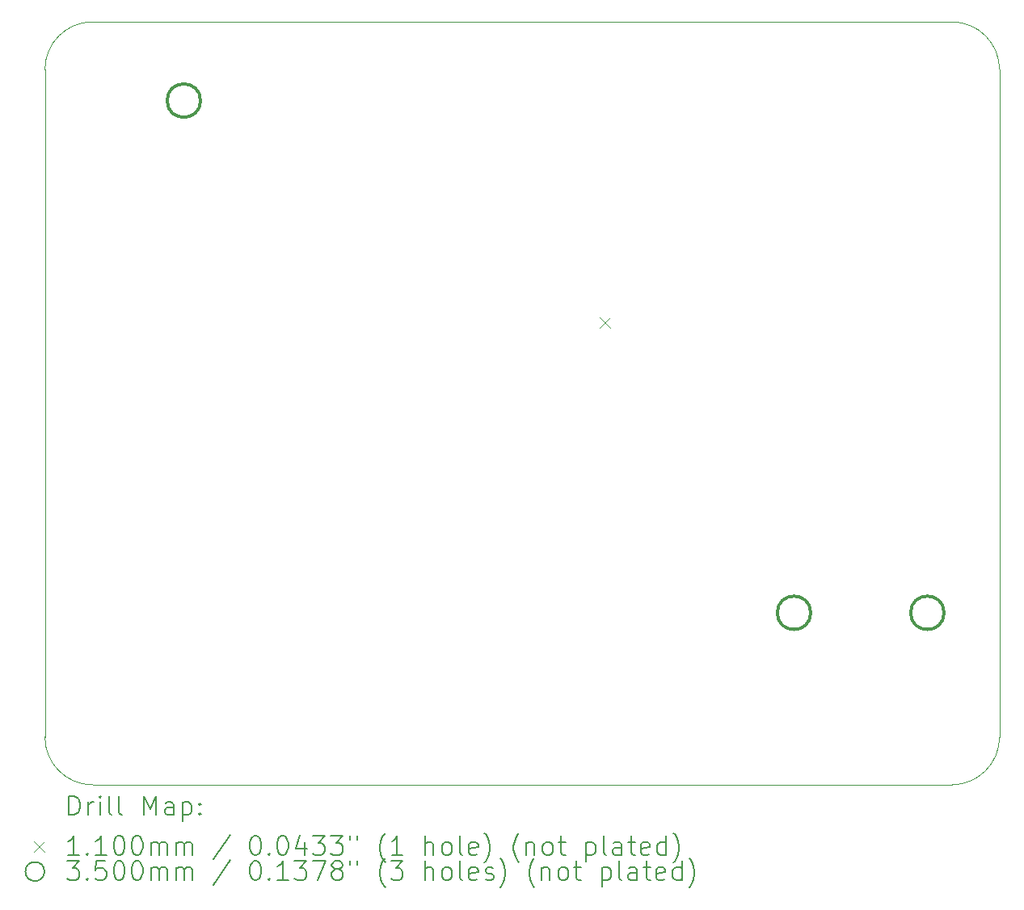
<source format=gbr>
%FSLAX45Y45*%
G04 Gerber Fmt 4.5, Leading zero omitted, Abs format (unit mm)*
G04 Created by KiCad (PCBNEW (6.0.0-rc1-57-gf03efa1cba)) date 2022-06-21 22:52:23*
%MOMM*%
%LPD*%
G01*
G04 APERTURE LIST*
%TA.AperFunction,Profile*%
%ADD10C,0.100000*%
%TD*%
%ADD11C,0.200000*%
%ADD12C,0.110000*%
%ADD13C,0.350000*%
G04 APERTURE END LIST*
D10*
X22100000Y-13100000D02*
X13100000Y-13100000D01*
X22100000Y-13100000D02*
G75*
G03*
X22600000Y-12600000I0J500000D01*
G01*
X12600000Y-5600000D02*
X12600000Y-12600000D01*
X13100000Y-5100000D02*
G75*
G03*
X12600000Y-5600000I0J-500000D01*
G01*
X22100000Y-5100000D02*
X13100000Y-5100000D01*
X22600000Y-5600000D02*
G75*
G03*
X22100000Y-5100000I-500000J0D01*
G01*
X12600000Y-12600000D02*
G75*
G03*
X13100000Y-13100000I500000J0D01*
G01*
X22600000Y-5600000D02*
X22600000Y-12600000D01*
D11*
D12*
X18415500Y-8201000D02*
X18525500Y-8311000D01*
X18525500Y-8201000D02*
X18415500Y-8311000D01*
D13*
X14230000Y-5925820D02*
G75*
G03*
X14230000Y-5925820I-175000J0D01*
G01*
X20622000Y-11296700D02*
G75*
G03*
X20622000Y-11296700I-175000J0D01*
G01*
X22019000Y-11296700D02*
G75*
G03*
X22019000Y-11296700I-175000J0D01*
G01*
D11*
X12852619Y-13415476D02*
X12852619Y-13215476D01*
X12900238Y-13215476D01*
X12928809Y-13225000D01*
X12947857Y-13244048D01*
X12957381Y-13263095D01*
X12966905Y-13301190D01*
X12966905Y-13329762D01*
X12957381Y-13367857D01*
X12947857Y-13386905D01*
X12928809Y-13405952D01*
X12900238Y-13415476D01*
X12852619Y-13415476D01*
X13052619Y-13415476D02*
X13052619Y-13282143D01*
X13052619Y-13320238D02*
X13062143Y-13301190D01*
X13071667Y-13291667D01*
X13090714Y-13282143D01*
X13109762Y-13282143D01*
X13176428Y-13415476D02*
X13176428Y-13282143D01*
X13176428Y-13215476D02*
X13166905Y-13225000D01*
X13176428Y-13234524D01*
X13185952Y-13225000D01*
X13176428Y-13215476D01*
X13176428Y-13234524D01*
X13300238Y-13415476D02*
X13281190Y-13405952D01*
X13271667Y-13386905D01*
X13271667Y-13215476D01*
X13405000Y-13415476D02*
X13385952Y-13405952D01*
X13376428Y-13386905D01*
X13376428Y-13215476D01*
X13633571Y-13415476D02*
X13633571Y-13215476D01*
X13700238Y-13358333D01*
X13766905Y-13215476D01*
X13766905Y-13415476D01*
X13947857Y-13415476D02*
X13947857Y-13310714D01*
X13938333Y-13291667D01*
X13919286Y-13282143D01*
X13881190Y-13282143D01*
X13862143Y-13291667D01*
X13947857Y-13405952D02*
X13928809Y-13415476D01*
X13881190Y-13415476D01*
X13862143Y-13405952D01*
X13852619Y-13386905D01*
X13852619Y-13367857D01*
X13862143Y-13348809D01*
X13881190Y-13339286D01*
X13928809Y-13339286D01*
X13947857Y-13329762D01*
X14043095Y-13282143D02*
X14043095Y-13482143D01*
X14043095Y-13291667D02*
X14062143Y-13282143D01*
X14100238Y-13282143D01*
X14119286Y-13291667D01*
X14128809Y-13301190D01*
X14138333Y-13320238D01*
X14138333Y-13377381D01*
X14128809Y-13396428D01*
X14119286Y-13405952D01*
X14100238Y-13415476D01*
X14062143Y-13415476D01*
X14043095Y-13405952D01*
X14224048Y-13396428D02*
X14233571Y-13405952D01*
X14224048Y-13415476D01*
X14214524Y-13405952D01*
X14224048Y-13396428D01*
X14224048Y-13415476D01*
X14224048Y-13291667D02*
X14233571Y-13301190D01*
X14224048Y-13310714D01*
X14214524Y-13301190D01*
X14224048Y-13291667D01*
X14224048Y-13310714D01*
D12*
X12485000Y-13690000D02*
X12595000Y-13800000D01*
X12595000Y-13690000D02*
X12485000Y-13800000D01*
D11*
X12957381Y-13835476D02*
X12843095Y-13835476D01*
X12900238Y-13835476D02*
X12900238Y-13635476D01*
X12881190Y-13664048D01*
X12862143Y-13683095D01*
X12843095Y-13692619D01*
X13043095Y-13816428D02*
X13052619Y-13825952D01*
X13043095Y-13835476D01*
X13033571Y-13825952D01*
X13043095Y-13816428D01*
X13043095Y-13835476D01*
X13243095Y-13835476D02*
X13128809Y-13835476D01*
X13185952Y-13835476D02*
X13185952Y-13635476D01*
X13166905Y-13664048D01*
X13147857Y-13683095D01*
X13128809Y-13692619D01*
X13366905Y-13635476D02*
X13385952Y-13635476D01*
X13405000Y-13645000D01*
X13414524Y-13654524D01*
X13424048Y-13673571D01*
X13433571Y-13711667D01*
X13433571Y-13759286D01*
X13424048Y-13797381D01*
X13414524Y-13816428D01*
X13405000Y-13825952D01*
X13385952Y-13835476D01*
X13366905Y-13835476D01*
X13347857Y-13825952D01*
X13338333Y-13816428D01*
X13328809Y-13797381D01*
X13319286Y-13759286D01*
X13319286Y-13711667D01*
X13328809Y-13673571D01*
X13338333Y-13654524D01*
X13347857Y-13645000D01*
X13366905Y-13635476D01*
X13557381Y-13635476D02*
X13576428Y-13635476D01*
X13595476Y-13645000D01*
X13605000Y-13654524D01*
X13614524Y-13673571D01*
X13624048Y-13711667D01*
X13624048Y-13759286D01*
X13614524Y-13797381D01*
X13605000Y-13816428D01*
X13595476Y-13825952D01*
X13576428Y-13835476D01*
X13557381Y-13835476D01*
X13538333Y-13825952D01*
X13528809Y-13816428D01*
X13519286Y-13797381D01*
X13509762Y-13759286D01*
X13509762Y-13711667D01*
X13519286Y-13673571D01*
X13528809Y-13654524D01*
X13538333Y-13645000D01*
X13557381Y-13635476D01*
X13709762Y-13835476D02*
X13709762Y-13702143D01*
X13709762Y-13721190D02*
X13719286Y-13711667D01*
X13738333Y-13702143D01*
X13766905Y-13702143D01*
X13785952Y-13711667D01*
X13795476Y-13730714D01*
X13795476Y-13835476D01*
X13795476Y-13730714D02*
X13805000Y-13711667D01*
X13824048Y-13702143D01*
X13852619Y-13702143D01*
X13871667Y-13711667D01*
X13881190Y-13730714D01*
X13881190Y-13835476D01*
X13976428Y-13835476D02*
X13976428Y-13702143D01*
X13976428Y-13721190D02*
X13985952Y-13711667D01*
X14005000Y-13702143D01*
X14033571Y-13702143D01*
X14052619Y-13711667D01*
X14062143Y-13730714D01*
X14062143Y-13835476D01*
X14062143Y-13730714D02*
X14071667Y-13711667D01*
X14090714Y-13702143D01*
X14119286Y-13702143D01*
X14138333Y-13711667D01*
X14147857Y-13730714D01*
X14147857Y-13835476D01*
X14538333Y-13625952D02*
X14366905Y-13883095D01*
X14795476Y-13635476D02*
X14814524Y-13635476D01*
X14833571Y-13645000D01*
X14843095Y-13654524D01*
X14852619Y-13673571D01*
X14862143Y-13711667D01*
X14862143Y-13759286D01*
X14852619Y-13797381D01*
X14843095Y-13816428D01*
X14833571Y-13825952D01*
X14814524Y-13835476D01*
X14795476Y-13835476D01*
X14776428Y-13825952D01*
X14766905Y-13816428D01*
X14757381Y-13797381D01*
X14747857Y-13759286D01*
X14747857Y-13711667D01*
X14757381Y-13673571D01*
X14766905Y-13654524D01*
X14776428Y-13645000D01*
X14795476Y-13635476D01*
X14947857Y-13816428D02*
X14957381Y-13825952D01*
X14947857Y-13835476D01*
X14938333Y-13825952D01*
X14947857Y-13816428D01*
X14947857Y-13835476D01*
X15081190Y-13635476D02*
X15100238Y-13635476D01*
X15119286Y-13645000D01*
X15128809Y-13654524D01*
X15138333Y-13673571D01*
X15147857Y-13711667D01*
X15147857Y-13759286D01*
X15138333Y-13797381D01*
X15128809Y-13816428D01*
X15119286Y-13825952D01*
X15100238Y-13835476D01*
X15081190Y-13835476D01*
X15062143Y-13825952D01*
X15052619Y-13816428D01*
X15043095Y-13797381D01*
X15033571Y-13759286D01*
X15033571Y-13711667D01*
X15043095Y-13673571D01*
X15052619Y-13654524D01*
X15062143Y-13645000D01*
X15081190Y-13635476D01*
X15319286Y-13702143D02*
X15319286Y-13835476D01*
X15271667Y-13625952D02*
X15224048Y-13768809D01*
X15347857Y-13768809D01*
X15405000Y-13635476D02*
X15528809Y-13635476D01*
X15462143Y-13711667D01*
X15490714Y-13711667D01*
X15509762Y-13721190D01*
X15519286Y-13730714D01*
X15528809Y-13749762D01*
X15528809Y-13797381D01*
X15519286Y-13816428D01*
X15509762Y-13825952D01*
X15490714Y-13835476D01*
X15433571Y-13835476D01*
X15414524Y-13825952D01*
X15405000Y-13816428D01*
X15595476Y-13635476D02*
X15719286Y-13635476D01*
X15652619Y-13711667D01*
X15681190Y-13711667D01*
X15700238Y-13721190D01*
X15709762Y-13730714D01*
X15719286Y-13749762D01*
X15719286Y-13797381D01*
X15709762Y-13816428D01*
X15700238Y-13825952D01*
X15681190Y-13835476D01*
X15624048Y-13835476D01*
X15605000Y-13825952D01*
X15595476Y-13816428D01*
X15795476Y-13635476D02*
X15795476Y-13673571D01*
X15871667Y-13635476D02*
X15871667Y-13673571D01*
X16166905Y-13911667D02*
X16157381Y-13902143D01*
X16138333Y-13873571D01*
X16128809Y-13854524D01*
X16119286Y-13825952D01*
X16109762Y-13778333D01*
X16109762Y-13740238D01*
X16119286Y-13692619D01*
X16128809Y-13664048D01*
X16138333Y-13645000D01*
X16157381Y-13616428D01*
X16166905Y-13606905D01*
X16347857Y-13835476D02*
X16233571Y-13835476D01*
X16290714Y-13835476D02*
X16290714Y-13635476D01*
X16271667Y-13664048D01*
X16252619Y-13683095D01*
X16233571Y-13692619D01*
X16585952Y-13835476D02*
X16585952Y-13635476D01*
X16671667Y-13835476D02*
X16671667Y-13730714D01*
X16662143Y-13711667D01*
X16643095Y-13702143D01*
X16614524Y-13702143D01*
X16595476Y-13711667D01*
X16585952Y-13721190D01*
X16795476Y-13835476D02*
X16776428Y-13825952D01*
X16766905Y-13816428D01*
X16757381Y-13797381D01*
X16757381Y-13740238D01*
X16766905Y-13721190D01*
X16776428Y-13711667D01*
X16795476Y-13702143D01*
X16824048Y-13702143D01*
X16843095Y-13711667D01*
X16852619Y-13721190D01*
X16862143Y-13740238D01*
X16862143Y-13797381D01*
X16852619Y-13816428D01*
X16843095Y-13825952D01*
X16824048Y-13835476D01*
X16795476Y-13835476D01*
X16976429Y-13835476D02*
X16957381Y-13825952D01*
X16947857Y-13806905D01*
X16947857Y-13635476D01*
X17128810Y-13825952D02*
X17109762Y-13835476D01*
X17071667Y-13835476D01*
X17052619Y-13825952D01*
X17043095Y-13806905D01*
X17043095Y-13730714D01*
X17052619Y-13711667D01*
X17071667Y-13702143D01*
X17109762Y-13702143D01*
X17128810Y-13711667D01*
X17138333Y-13730714D01*
X17138333Y-13749762D01*
X17043095Y-13768809D01*
X17205000Y-13911667D02*
X17214524Y-13902143D01*
X17233571Y-13873571D01*
X17243095Y-13854524D01*
X17252619Y-13825952D01*
X17262143Y-13778333D01*
X17262143Y-13740238D01*
X17252619Y-13692619D01*
X17243095Y-13664048D01*
X17233571Y-13645000D01*
X17214524Y-13616428D01*
X17205000Y-13606905D01*
X17566905Y-13911667D02*
X17557381Y-13902143D01*
X17538333Y-13873571D01*
X17528810Y-13854524D01*
X17519286Y-13825952D01*
X17509762Y-13778333D01*
X17509762Y-13740238D01*
X17519286Y-13692619D01*
X17528810Y-13664048D01*
X17538333Y-13645000D01*
X17557381Y-13616428D01*
X17566905Y-13606905D01*
X17643095Y-13702143D02*
X17643095Y-13835476D01*
X17643095Y-13721190D02*
X17652619Y-13711667D01*
X17671667Y-13702143D01*
X17700238Y-13702143D01*
X17719286Y-13711667D01*
X17728810Y-13730714D01*
X17728810Y-13835476D01*
X17852619Y-13835476D02*
X17833571Y-13825952D01*
X17824048Y-13816428D01*
X17814524Y-13797381D01*
X17814524Y-13740238D01*
X17824048Y-13721190D01*
X17833571Y-13711667D01*
X17852619Y-13702143D01*
X17881190Y-13702143D01*
X17900238Y-13711667D01*
X17909762Y-13721190D01*
X17919286Y-13740238D01*
X17919286Y-13797381D01*
X17909762Y-13816428D01*
X17900238Y-13825952D01*
X17881190Y-13835476D01*
X17852619Y-13835476D01*
X17976429Y-13702143D02*
X18052619Y-13702143D01*
X18005000Y-13635476D02*
X18005000Y-13806905D01*
X18014524Y-13825952D01*
X18033571Y-13835476D01*
X18052619Y-13835476D01*
X18271667Y-13702143D02*
X18271667Y-13902143D01*
X18271667Y-13711667D02*
X18290714Y-13702143D01*
X18328810Y-13702143D01*
X18347857Y-13711667D01*
X18357381Y-13721190D01*
X18366905Y-13740238D01*
X18366905Y-13797381D01*
X18357381Y-13816428D01*
X18347857Y-13825952D01*
X18328810Y-13835476D01*
X18290714Y-13835476D01*
X18271667Y-13825952D01*
X18481190Y-13835476D02*
X18462143Y-13825952D01*
X18452619Y-13806905D01*
X18452619Y-13635476D01*
X18643095Y-13835476D02*
X18643095Y-13730714D01*
X18633571Y-13711667D01*
X18614524Y-13702143D01*
X18576429Y-13702143D01*
X18557381Y-13711667D01*
X18643095Y-13825952D02*
X18624048Y-13835476D01*
X18576429Y-13835476D01*
X18557381Y-13825952D01*
X18547857Y-13806905D01*
X18547857Y-13787857D01*
X18557381Y-13768809D01*
X18576429Y-13759286D01*
X18624048Y-13759286D01*
X18643095Y-13749762D01*
X18709762Y-13702143D02*
X18785952Y-13702143D01*
X18738333Y-13635476D02*
X18738333Y-13806905D01*
X18747857Y-13825952D01*
X18766905Y-13835476D01*
X18785952Y-13835476D01*
X18928810Y-13825952D02*
X18909762Y-13835476D01*
X18871667Y-13835476D01*
X18852619Y-13825952D01*
X18843095Y-13806905D01*
X18843095Y-13730714D01*
X18852619Y-13711667D01*
X18871667Y-13702143D01*
X18909762Y-13702143D01*
X18928810Y-13711667D01*
X18938333Y-13730714D01*
X18938333Y-13749762D01*
X18843095Y-13768809D01*
X19109762Y-13835476D02*
X19109762Y-13635476D01*
X19109762Y-13825952D02*
X19090714Y-13835476D01*
X19052619Y-13835476D01*
X19033571Y-13825952D01*
X19024048Y-13816428D01*
X19014524Y-13797381D01*
X19014524Y-13740238D01*
X19024048Y-13721190D01*
X19033571Y-13711667D01*
X19052619Y-13702143D01*
X19090714Y-13702143D01*
X19109762Y-13711667D01*
X19185952Y-13911667D02*
X19195476Y-13902143D01*
X19214524Y-13873571D01*
X19224048Y-13854524D01*
X19233571Y-13825952D01*
X19243095Y-13778333D01*
X19243095Y-13740238D01*
X19233571Y-13692619D01*
X19224048Y-13664048D01*
X19214524Y-13645000D01*
X19195476Y-13616428D01*
X19185952Y-13606905D01*
X12595000Y-14009000D02*
G75*
G03*
X12595000Y-14009000I-100000J0D01*
G01*
X12833571Y-13899476D02*
X12957381Y-13899476D01*
X12890714Y-13975667D01*
X12919286Y-13975667D01*
X12938333Y-13985190D01*
X12947857Y-13994714D01*
X12957381Y-14013762D01*
X12957381Y-14061381D01*
X12947857Y-14080428D01*
X12938333Y-14089952D01*
X12919286Y-14099476D01*
X12862143Y-14099476D01*
X12843095Y-14089952D01*
X12833571Y-14080428D01*
X13043095Y-14080428D02*
X13052619Y-14089952D01*
X13043095Y-14099476D01*
X13033571Y-14089952D01*
X13043095Y-14080428D01*
X13043095Y-14099476D01*
X13233571Y-13899476D02*
X13138333Y-13899476D01*
X13128809Y-13994714D01*
X13138333Y-13985190D01*
X13157381Y-13975667D01*
X13205000Y-13975667D01*
X13224048Y-13985190D01*
X13233571Y-13994714D01*
X13243095Y-14013762D01*
X13243095Y-14061381D01*
X13233571Y-14080428D01*
X13224048Y-14089952D01*
X13205000Y-14099476D01*
X13157381Y-14099476D01*
X13138333Y-14089952D01*
X13128809Y-14080428D01*
X13366905Y-13899476D02*
X13385952Y-13899476D01*
X13405000Y-13909000D01*
X13414524Y-13918524D01*
X13424048Y-13937571D01*
X13433571Y-13975667D01*
X13433571Y-14023286D01*
X13424048Y-14061381D01*
X13414524Y-14080428D01*
X13405000Y-14089952D01*
X13385952Y-14099476D01*
X13366905Y-14099476D01*
X13347857Y-14089952D01*
X13338333Y-14080428D01*
X13328809Y-14061381D01*
X13319286Y-14023286D01*
X13319286Y-13975667D01*
X13328809Y-13937571D01*
X13338333Y-13918524D01*
X13347857Y-13909000D01*
X13366905Y-13899476D01*
X13557381Y-13899476D02*
X13576428Y-13899476D01*
X13595476Y-13909000D01*
X13605000Y-13918524D01*
X13614524Y-13937571D01*
X13624048Y-13975667D01*
X13624048Y-14023286D01*
X13614524Y-14061381D01*
X13605000Y-14080428D01*
X13595476Y-14089952D01*
X13576428Y-14099476D01*
X13557381Y-14099476D01*
X13538333Y-14089952D01*
X13528809Y-14080428D01*
X13519286Y-14061381D01*
X13509762Y-14023286D01*
X13509762Y-13975667D01*
X13519286Y-13937571D01*
X13528809Y-13918524D01*
X13538333Y-13909000D01*
X13557381Y-13899476D01*
X13709762Y-14099476D02*
X13709762Y-13966143D01*
X13709762Y-13985190D02*
X13719286Y-13975667D01*
X13738333Y-13966143D01*
X13766905Y-13966143D01*
X13785952Y-13975667D01*
X13795476Y-13994714D01*
X13795476Y-14099476D01*
X13795476Y-13994714D02*
X13805000Y-13975667D01*
X13824048Y-13966143D01*
X13852619Y-13966143D01*
X13871667Y-13975667D01*
X13881190Y-13994714D01*
X13881190Y-14099476D01*
X13976428Y-14099476D02*
X13976428Y-13966143D01*
X13976428Y-13985190D02*
X13985952Y-13975667D01*
X14005000Y-13966143D01*
X14033571Y-13966143D01*
X14052619Y-13975667D01*
X14062143Y-13994714D01*
X14062143Y-14099476D01*
X14062143Y-13994714D02*
X14071667Y-13975667D01*
X14090714Y-13966143D01*
X14119286Y-13966143D01*
X14138333Y-13975667D01*
X14147857Y-13994714D01*
X14147857Y-14099476D01*
X14538333Y-13889952D02*
X14366905Y-14147095D01*
X14795476Y-13899476D02*
X14814524Y-13899476D01*
X14833571Y-13909000D01*
X14843095Y-13918524D01*
X14852619Y-13937571D01*
X14862143Y-13975667D01*
X14862143Y-14023286D01*
X14852619Y-14061381D01*
X14843095Y-14080428D01*
X14833571Y-14089952D01*
X14814524Y-14099476D01*
X14795476Y-14099476D01*
X14776428Y-14089952D01*
X14766905Y-14080428D01*
X14757381Y-14061381D01*
X14747857Y-14023286D01*
X14747857Y-13975667D01*
X14757381Y-13937571D01*
X14766905Y-13918524D01*
X14776428Y-13909000D01*
X14795476Y-13899476D01*
X14947857Y-14080428D02*
X14957381Y-14089952D01*
X14947857Y-14099476D01*
X14938333Y-14089952D01*
X14947857Y-14080428D01*
X14947857Y-14099476D01*
X15147857Y-14099476D02*
X15033571Y-14099476D01*
X15090714Y-14099476D02*
X15090714Y-13899476D01*
X15071667Y-13928048D01*
X15052619Y-13947095D01*
X15033571Y-13956619D01*
X15214524Y-13899476D02*
X15338333Y-13899476D01*
X15271667Y-13975667D01*
X15300238Y-13975667D01*
X15319286Y-13985190D01*
X15328809Y-13994714D01*
X15338333Y-14013762D01*
X15338333Y-14061381D01*
X15328809Y-14080428D01*
X15319286Y-14089952D01*
X15300238Y-14099476D01*
X15243095Y-14099476D01*
X15224048Y-14089952D01*
X15214524Y-14080428D01*
X15405000Y-13899476D02*
X15538333Y-13899476D01*
X15452619Y-14099476D01*
X15643095Y-13985190D02*
X15624048Y-13975667D01*
X15614524Y-13966143D01*
X15605000Y-13947095D01*
X15605000Y-13937571D01*
X15614524Y-13918524D01*
X15624048Y-13909000D01*
X15643095Y-13899476D01*
X15681190Y-13899476D01*
X15700238Y-13909000D01*
X15709762Y-13918524D01*
X15719286Y-13937571D01*
X15719286Y-13947095D01*
X15709762Y-13966143D01*
X15700238Y-13975667D01*
X15681190Y-13985190D01*
X15643095Y-13985190D01*
X15624048Y-13994714D01*
X15614524Y-14004238D01*
X15605000Y-14023286D01*
X15605000Y-14061381D01*
X15614524Y-14080428D01*
X15624048Y-14089952D01*
X15643095Y-14099476D01*
X15681190Y-14099476D01*
X15700238Y-14089952D01*
X15709762Y-14080428D01*
X15719286Y-14061381D01*
X15719286Y-14023286D01*
X15709762Y-14004238D01*
X15700238Y-13994714D01*
X15681190Y-13985190D01*
X15795476Y-13899476D02*
X15795476Y-13937571D01*
X15871667Y-13899476D02*
X15871667Y-13937571D01*
X16166905Y-14175667D02*
X16157381Y-14166143D01*
X16138333Y-14137571D01*
X16128809Y-14118524D01*
X16119286Y-14089952D01*
X16109762Y-14042333D01*
X16109762Y-14004238D01*
X16119286Y-13956619D01*
X16128809Y-13928048D01*
X16138333Y-13909000D01*
X16157381Y-13880428D01*
X16166905Y-13870905D01*
X16224048Y-13899476D02*
X16347857Y-13899476D01*
X16281190Y-13975667D01*
X16309762Y-13975667D01*
X16328809Y-13985190D01*
X16338333Y-13994714D01*
X16347857Y-14013762D01*
X16347857Y-14061381D01*
X16338333Y-14080428D01*
X16328809Y-14089952D01*
X16309762Y-14099476D01*
X16252619Y-14099476D01*
X16233571Y-14089952D01*
X16224048Y-14080428D01*
X16585952Y-14099476D02*
X16585952Y-13899476D01*
X16671667Y-14099476D02*
X16671667Y-13994714D01*
X16662143Y-13975667D01*
X16643095Y-13966143D01*
X16614524Y-13966143D01*
X16595476Y-13975667D01*
X16585952Y-13985190D01*
X16795476Y-14099476D02*
X16776428Y-14089952D01*
X16766905Y-14080428D01*
X16757381Y-14061381D01*
X16757381Y-14004238D01*
X16766905Y-13985190D01*
X16776428Y-13975667D01*
X16795476Y-13966143D01*
X16824048Y-13966143D01*
X16843095Y-13975667D01*
X16852619Y-13985190D01*
X16862143Y-14004238D01*
X16862143Y-14061381D01*
X16852619Y-14080428D01*
X16843095Y-14089952D01*
X16824048Y-14099476D01*
X16795476Y-14099476D01*
X16976429Y-14099476D02*
X16957381Y-14089952D01*
X16947857Y-14070905D01*
X16947857Y-13899476D01*
X17128810Y-14089952D02*
X17109762Y-14099476D01*
X17071667Y-14099476D01*
X17052619Y-14089952D01*
X17043095Y-14070905D01*
X17043095Y-13994714D01*
X17052619Y-13975667D01*
X17071667Y-13966143D01*
X17109762Y-13966143D01*
X17128810Y-13975667D01*
X17138333Y-13994714D01*
X17138333Y-14013762D01*
X17043095Y-14032809D01*
X17214524Y-14089952D02*
X17233571Y-14099476D01*
X17271667Y-14099476D01*
X17290714Y-14089952D01*
X17300238Y-14070905D01*
X17300238Y-14061381D01*
X17290714Y-14042333D01*
X17271667Y-14032809D01*
X17243095Y-14032809D01*
X17224048Y-14023286D01*
X17214524Y-14004238D01*
X17214524Y-13994714D01*
X17224048Y-13975667D01*
X17243095Y-13966143D01*
X17271667Y-13966143D01*
X17290714Y-13975667D01*
X17366905Y-14175667D02*
X17376429Y-14166143D01*
X17395476Y-14137571D01*
X17405000Y-14118524D01*
X17414524Y-14089952D01*
X17424048Y-14042333D01*
X17424048Y-14004238D01*
X17414524Y-13956619D01*
X17405000Y-13928048D01*
X17395476Y-13909000D01*
X17376429Y-13880428D01*
X17366905Y-13870905D01*
X17728810Y-14175667D02*
X17719286Y-14166143D01*
X17700238Y-14137571D01*
X17690714Y-14118524D01*
X17681190Y-14089952D01*
X17671667Y-14042333D01*
X17671667Y-14004238D01*
X17681190Y-13956619D01*
X17690714Y-13928048D01*
X17700238Y-13909000D01*
X17719286Y-13880428D01*
X17728810Y-13870905D01*
X17805000Y-13966143D02*
X17805000Y-14099476D01*
X17805000Y-13985190D02*
X17814524Y-13975667D01*
X17833571Y-13966143D01*
X17862143Y-13966143D01*
X17881190Y-13975667D01*
X17890714Y-13994714D01*
X17890714Y-14099476D01*
X18014524Y-14099476D02*
X17995476Y-14089952D01*
X17985952Y-14080428D01*
X17976429Y-14061381D01*
X17976429Y-14004238D01*
X17985952Y-13985190D01*
X17995476Y-13975667D01*
X18014524Y-13966143D01*
X18043095Y-13966143D01*
X18062143Y-13975667D01*
X18071667Y-13985190D01*
X18081190Y-14004238D01*
X18081190Y-14061381D01*
X18071667Y-14080428D01*
X18062143Y-14089952D01*
X18043095Y-14099476D01*
X18014524Y-14099476D01*
X18138333Y-13966143D02*
X18214524Y-13966143D01*
X18166905Y-13899476D02*
X18166905Y-14070905D01*
X18176429Y-14089952D01*
X18195476Y-14099476D01*
X18214524Y-14099476D01*
X18433571Y-13966143D02*
X18433571Y-14166143D01*
X18433571Y-13975667D02*
X18452619Y-13966143D01*
X18490714Y-13966143D01*
X18509762Y-13975667D01*
X18519286Y-13985190D01*
X18528810Y-14004238D01*
X18528810Y-14061381D01*
X18519286Y-14080428D01*
X18509762Y-14089952D01*
X18490714Y-14099476D01*
X18452619Y-14099476D01*
X18433571Y-14089952D01*
X18643095Y-14099476D02*
X18624048Y-14089952D01*
X18614524Y-14070905D01*
X18614524Y-13899476D01*
X18805000Y-14099476D02*
X18805000Y-13994714D01*
X18795476Y-13975667D01*
X18776429Y-13966143D01*
X18738333Y-13966143D01*
X18719286Y-13975667D01*
X18805000Y-14089952D02*
X18785952Y-14099476D01*
X18738333Y-14099476D01*
X18719286Y-14089952D01*
X18709762Y-14070905D01*
X18709762Y-14051857D01*
X18719286Y-14032809D01*
X18738333Y-14023286D01*
X18785952Y-14023286D01*
X18805000Y-14013762D01*
X18871667Y-13966143D02*
X18947857Y-13966143D01*
X18900238Y-13899476D02*
X18900238Y-14070905D01*
X18909762Y-14089952D01*
X18928810Y-14099476D01*
X18947857Y-14099476D01*
X19090714Y-14089952D02*
X19071667Y-14099476D01*
X19033571Y-14099476D01*
X19014524Y-14089952D01*
X19005000Y-14070905D01*
X19005000Y-13994714D01*
X19014524Y-13975667D01*
X19033571Y-13966143D01*
X19071667Y-13966143D01*
X19090714Y-13975667D01*
X19100238Y-13994714D01*
X19100238Y-14013762D01*
X19005000Y-14032809D01*
X19271667Y-14099476D02*
X19271667Y-13899476D01*
X19271667Y-14089952D02*
X19252619Y-14099476D01*
X19214524Y-14099476D01*
X19195476Y-14089952D01*
X19185952Y-14080428D01*
X19176429Y-14061381D01*
X19176429Y-14004238D01*
X19185952Y-13985190D01*
X19195476Y-13975667D01*
X19214524Y-13966143D01*
X19252619Y-13966143D01*
X19271667Y-13975667D01*
X19347857Y-14175667D02*
X19357381Y-14166143D01*
X19376429Y-14137571D01*
X19385952Y-14118524D01*
X19395476Y-14089952D01*
X19405000Y-14042333D01*
X19405000Y-14004238D01*
X19395476Y-13956619D01*
X19385952Y-13928048D01*
X19376429Y-13909000D01*
X19357381Y-13880428D01*
X19347857Y-13870905D01*
M02*

</source>
